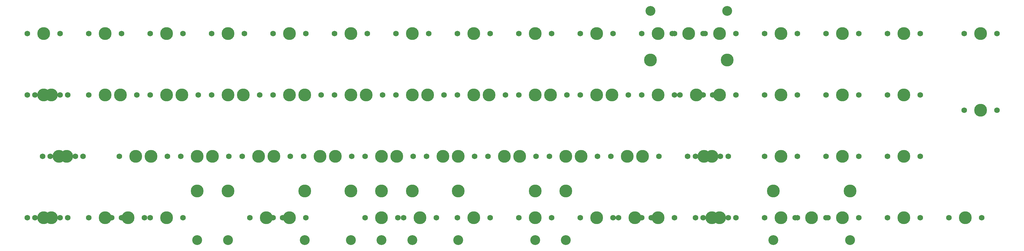
<source format=gbr>
%TF.GenerationSoftware,KiCad,Pcbnew,8.0.5*%
%TF.CreationDate,2024-09-17T11:40:20-04:00*%
%TF.ProjectId,Limousine,4c696d6f-7573-4696-9e65-2e6b69636164,rev?*%
%TF.SameCoordinates,Original*%
%TF.FileFunction,Soldermask,Top*%
%TF.FilePolarity,Negative*%
%FSLAX46Y46*%
G04 Gerber Fmt 4.6, Leading zero omitted, Abs format (unit mm)*
G04 Created by KiCad (PCBNEW 8.0.5) date 2024-09-17 11:40:20*
%MOMM*%
%LPD*%
G01*
G04 APERTURE LIST*
%ADD10C,1.750000*%
%ADD11C,3.987800*%
%ADD12C,3.048000*%
G04 APERTURE END LIST*
D10*
%TO.C,MXS2*%
X153669880Y-82550008D03*
D11*
X158749880Y-82550008D03*
D10*
X163829880Y-82550008D03*
%TD*%
D11*
%TO.C,S1*%
X106362435Y-74295000D03*
D12*
X106362434Y-89535000D03*
X82549934Y-89535000D03*
D11*
X82549933Y-74295000D03*
%TD*%
%TO.C,S3*%
X153987395Y-74295000D03*
D12*
X153987394Y-89535000D03*
X130174894Y-89535000D03*
D11*
X130174893Y-74295000D03*
%TD*%
%TO.C,S4*%
X213518573Y-33654992D03*
D12*
X213518574Y-18414992D03*
X237331074Y-18414992D03*
D11*
X237331075Y-33654992D03*
%TD*%
D12*
%TO.C,S6*%
X120649928Y-89535008D03*
D11*
X120649928Y-74295008D03*
D12*
X82549928Y-89535008D03*
D11*
X82549928Y-74295008D03*
%TD*%
D12*
%TO.C,S5*%
X275431042Y-89535000D03*
D11*
X275431042Y-74295000D03*
D12*
X251618542Y-89535000D03*
D11*
X251618542Y-74295000D03*
%TD*%
D10*
%TO.C,MXS1*%
X106679927Y-82550008D03*
D11*
X101599928Y-82550008D03*
D10*
X96519929Y-82550008D03*
%TD*%
D12*
%TO.C,S2*%
X187324904Y-89534999D03*
D11*
X187324904Y-74295000D03*
D12*
X73024904Y-89534999D03*
D11*
X73024904Y-74295000D03*
%TD*%
D12*
%TO.C,S7*%
X177799880Y-89535008D03*
D11*
X177799880Y-74295008D03*
D12*
X139699880Y-89535008D03*
D11*
X139699880Y-74295008D03*
%TD*%
D10*
%TO.C,MX9*%
X182880000Y-25400000D03*
D11*
X177800000Y-25400000D03*
D10*
X172720000Y-25400000D03*
%TD*%
%TO.C,MX51*%
X46513721Y-82550008D03*
D11*
X51593720Y-82550008D03*
D10*
X56673719Y-82550008D03*
%TD*%
%TO.C,MX20*%
X87630000Y-44450000D03*
D11*
X82550000Y-44450000D03*
D10*
X77470000Y-44450000D03*
%TD*%
%TO.C,MX90*%
X227488585Y-63500024D03*
D11*
X232568584Y-63500024D03*
D10*
X237648583Y-63500024D03*
%TD*%
%TO.C,MX50*%
X49529999Y-82550000D03*
D11*
X44450000Y-82550000D03*
D10*
X39370001Y-82550000D03*
%TD*%
%TO.C,MX36*%
X97154951Y-63500048D03*
D11*
X92074952Y-63500048D03*
D10*
X86994953Y-63500048D03*
%TD*%
%TO.C,MX16*%
X320992500Y-25400000D03*
D11*
X315912500Y-25400000D03*
D10*
X310832500Y-25400000D03*
%TD*%
%TO.C,MX5*%
X106680000Y-25400000D03*
D11*
X101600000Y-25400000D03*
D10*
X96520000Y-25400000D03*
%TD*%
%TO.C,MX37*%
X116204951Y-63500048D03*
D11*
X111124952Y-63500048D03*
D10*
X106044953Y-63500048D03*
%TD*%
%TO.C,MX49*%
X22701241Y-82550008D03*
D11*
X27781240Y-82550008D03*
D10*
X32861239Y-82550008D03*
%TD*%
%TO.C,MX82*%
X72707465Y-63500024D03*
D11*
X77787464Y-63500024D03*
D10*
X82867463Y-63500024D03*
%TD*%
%TO.C,MX44*%
X235267335Y-63500024D03*
D11*
X230187336Y-63500024D03*
D10*
X225107337Y-63500024D03*
%TD*%
%TO.C,MX30*%
X278130000Y-44450000D03*
D11*
X273050000Y-44450000D03*
D10*
X267970000Y-44450000D03*
%TD*%
%TO.C,MX52*%
X68579999Y-82550000D03*
D11*
X63500000Y-82550000D03*
D10*
X58420001Y-82550000D03*
%TD*%
%TO.C,MX54*%
X135254904Y-82550000D03*
D11*
X130174904Y-82550000D03*
D10*
X125094904Y-82550000D03*
%TD*%
%TO.C,MX83*%
X91757449Y-63500024D03*
D11*
X96837448Y-63500024D03*
D10*
X101917447Y-63500024D03*
%TD*%
%TO.C,MX74*%
X120332409Y-44450000D03*
D11*
X125412408Y-44450000D03*
D10*
X130492407Y-44450000D03*
%TD*%
%TO.C,MX47*%
X297180000Y-63500000D03*
D11*
X292100000Y-63500000D03*
D10*
X287020000Y-63500000D03*
%TD*%
%TO.C,MX73*%
X101282425Y-44450000D03*
D11*
X106362424Y-44450000D03*
D10*
X111442423Y-44450000D03*
%TD*%
%TO.C,MX1*%
X30480000Y-25400000D03*
D11*
X25400000Y-25400000D03*
D10*
X20320000Y-25400000D03*
%TD*%
%TO.C,MX66*%
X316230000Y-82550000D03*
D11*
X311150000Y-82550000D03*
D10*
X306070000Y-82550000D03*
%TD*%
%TO.C,MX55*%
X137001145Y-82550000D03*
D11*
X142081144Y-82550000D03*
D10*
X147161143Y-82550000D03*
%TD*%
%TO.C,MX84*%
X110807433Y-63500024D03*
D11*
X115887432Y-63500024D03*
D10*
X120967431Y-63500024D03*
%TD*%
%TO.C,MX28*%
X229870001Y-44450000D03*
D11*
X234950000Y-44450000D03*
D10*
X240029999Y-44450000D03*
%TD*%
%TO.C,MX63*%
X258444792Y-82550000D03*
D11*
X263524792Y-82550000D03*
D10*
X268604792Y-82550000D03*
%TD*%
%TO.C,MX71*%
X63182457Y-44450000D03*
D11*
X68262456Y-44450000D03*
D10*
X73342455Y-44450000D03*
%TD*%
%TO.C,MX70*%
X49529999Y-44450000D03*
D11*
X44450000Y-44450000D03*
D10*
X39370001Y-44450000D03*
%TD*%
%TO.C,MX80*%
X27463753Y-63500024D03*
D11*
X32543752Y-63500024D03*
D10*
X37623751Y-63500024D03*
%TD*%
%TO.C,MX19*%
X68580000Y-44450000D03*
D11*
X63500000Y-44450000D03*
D10*
X58420000Y-44450000D03*
%TD*%
%TO.C,MX69*%
X22701241Y-44450000D03*
D11*
X27781240Y-44450000D03*
D10*
X32861239Y-44450000D03*
%TD*%
%TO.C,MX35*%
X78104967Y-63500048D03*
D11*
X73024968Y-63500048D03*
D10*
X67944969Y-63500048D03*
%TD*%
%TO.C,MX31*%
X297180000Y-44450000D03*
D11*
X292100000Y-44450000D03*
D10*
X287020000Y-44450000D03*
%TD*%
%TO.C,MX10*%
X201930000Y-25400000D03*
D11*
X196850000Y-25400000D03*
D10*
X191770000Y-25400000D03*
%TD*%
%TO.C,MX12*%
X229870001Y-25400000D03*
D11*
X234950000Y-25400000D03*
D10*
X240029999Y-25400000D03*
%TD*%
%TO.C,MX77*%
X177482361Y-44450000D03*
D11*
X182562360Y-44450000D03*
D10*
X187642359Y-44450000D03*
%TD*%
%TO.C,MX23*%
X144780000Y-44450000D03*
D11*
X139700000Y-44450000D03*
D10*
X134620000Y-44450000D03*
%TD*%
%TO.C,MX17*%
X30480000Y-44450000D03*
D11*
X25400000Y-44450000D03*
D10*
X20320000Y-44450000D03*
%TD*%
%TO.C,MX24*%
X163830000Y-44450000D03*
D11*
X158750000Y-44450000D03*
D10*
X153670000Y-44450000D03*
%TD*%
%TO.C,MX75*%
X139382393Y-44450000D03*
D11*
X144462392Y-44450000D03*
D10*
X149542391Y-44450000D03*
%TD*%
%TO.C,MX53*%
X99536183Y-82550000D03*
D11*
X94456184Y-82550000D03*
D10*
X89376185Y-82550000D03*
%TD*%
%TO.C,MX81*%
X53657481Y-63500024D03*
D11*
X58737480Y-63500024D03*
D10*
X63817479Y-63500024D03*
%TD*%
%TO.C,MX85*%
X129857417Y-63500024D03*
D11*
X134937416Y-63500024D03*
D10*
X140017415Y-63500024D03*
%TD*%
%TO.C,MX27*%
X210820001Y-44450000D03*
D11*
X215900000Y-44450000D03*
D10*
X220979999Y-44450000D03*
%TD*%
%TO.C,MX26*%
X201930000Y-44450000D03*
D11*
X196850000Y-44450000D03*
D10*
X191770000Y-44450000D03*
%TD*%
%TO.C,MX13*%
X259080000Y-25400000D03*
D11*
X254000000Y-25400000D03*
D10*
X248920000Y-25400000D03*
%TD*%
%TO.C,MX62*%
X259080000Y-82550000D03*
D11*
X254000000Y-82550000D03*
D10*
X248920000Y-82550000D03*
%TD*%
%TO.C,MX78*%
X196532345Y-44450000D03*
D11*
X201612344Y-44450000D03*
D10*
X206692343Y-44450000D03*
%TD*%
%TO.C,MX4*%
X87630000Y-25400000D03*
D11*
X82550000Y-25400000D03*
D10*
X77470000Y-25400000D03*
%TD*%
%TO.C,MX61*%
X229870001Y-82550000D03*
D11*
X234950000Y-82550000D03*
D10*
X240029999Y-82550000D03*
%TD*%
%TO.C,MX41*%
X192404951Y-63500048D03*
D11*
X187324952Y-63500048D03*
D10*
X182244953Y-63500048D03*
%TD*%
%TO.C,MX15*%
X297180000Y-25400000D03*
D11*
X292100000Y-25400000D03*
D10*
X287020000Y-25400000D03*
%TD*%
%TO.C,MX56*%
X182879999Y-82550000D03*
D11*
X177800000Y-82550000D03*
D10*
X172720001Y-82550000D03*
%TD*%
%TO.C,MX39*%
X154304951Y-63500048D03*
D11*
X149224952Y-63500048D03*
D10*
X144144953Y-63500048D03*
%TD*%
%TO.C,MX68*%
X230504823Y-25399992D03*
D11*
X225424824Y-25399992D03*
D10*
X220344825Y-25399992D03*
%TD*%
%TO.C,MX14*%
X278130000Y-25400000D03*
D11*
X273050000Y-25400000D03*
D10*
X267970000Y-25400000D03*
%TD*%
%TO.C,MX88*%
X187007369Y-63500024D03*
D11*
X192087368Y-63500024D03*
D10*
X197167367Y-63500024D03*
%TD*%
%TO.C,MX40*%
X173354951Y-63500048D03*
D11*
X168274952Y-63500048D03*
D10*
X163194953Y-63500048D03*
%TD*%
%TO.C,MX11*%
X210820001Y-25400000D03*
D11*
X215900000Y-25400000D03*
D10*
X220979999Y-25400000D03*
%TD*%
%TO.C,MX89*%
X206057353Y-63500024D03*
D11*
X211137352Y-63500024D03*
D10*
X216217351Y-63500024D03*
%TD*%
%TO.C,MX48*%
X30479999Y-82550000D03*
D11*
X25400000Y-82550000D03*
D10*
X20320001Y-82550000D03*
%TD*%
%TO.C,MX21*%
X106680000Y-44450000D03*
D11*
X101600000Y-44450000D03*
D10*
X96520000Y-44450000D03*
%TD*%
%TO.C,MX59*%
X210820001Y-82550000D03*
D11*
X215900000Y-82550000D03*
D10*
X220979999Y-82550000D03*
%TD*%
%TO.C,MX25*%
X182880000Y-44450000D03*
D11*
X177800000Y-44450000D03*
D10*
X172720000Y-44450000D03*
%TD*%
%TO.C,MX32*%
X320992500Y-49212500D03*
D11*
X315912500Y-49212500D03*
D10*
X310832500Y-49212500D03*
%TD*%
%TO.C,MX86*%
X148907401Y-63500024D03*
D11*
X153987400Y-63500024D03*
D10*
X159067399Y-63500024D03*
%TD*%
%TO.C,MX22*%
X125730000Y-44450000D03*
D11*
X120650000Y-44450000D03*
D10*
X115570000Y-44450000D03*
%TD*%
%TO.C,MX46*%
X278129999Y-63500000D03*
D11*
X273050000Y-63500000D03*
D10*
X267970001Y-63500000D03*
%TD*%
%TO.C,MX72*%
X82232441Y-44450000D03*
D11*
X87312440Y-44450000D03*
D10*
X92392439Y-44450000D03*
%TD*%
%TO.C,MX29*%
X259080000Y-44450000D03*
D11*
X254000000Y-44450000D03*
D10*
X248920000Y-44450000D03*
%TD*%
%TO.C,MX42*%
X211454951Y-63500048D03*
D11*
X206374952Y-63500048D03*
D10*
X201294953Y-63500048D03*
%TD*%
%TO.C,MX33*%
X35262352Y-63500024D03*
D11*
X30182352Y-63500024D03*
D10*
X25102352Y-63500024D03*
%TD*%
%TO.C,MX34*%
X59054968Y-63500048D03*
D11*
X53974968Y-63500048D03*
D10*
X48894968Y-63500048D03*
%TD*%
%TO.C,MX87*%
X167957385Y-63500024D03*
D11*
X173037384Y-63500024D03*
D10*
X178117383Y-63500024D03*
%TD*%
%TO.C,MX45*%
X259079999Y-63500000D03*
D11*
X254000000Y-63500000D03*
D10*
X248920001Y-63500000D03*
%TD*%
%TO.C,MX65*%
X297180000Y-82550000D03*
D11*
X292100000Y-82550000D03*
D10*
X287020000Y-82550000D03*
%TD*%
%TO.C,MX18*%
X44132473Y-44450040D03*
D11*
X49212472Y-44450040D03*
D10*
X54292471Y-44450040D03*
%TD*%
%TO.C,MX64*%
X278130000Y-82550000D03*
D11*
X273050000Y-82550000D03*
D10*
X267970000Y-82550000D03*
%TD*%
%TO.C,MX76*%
X158432377Y-44450000D03*
D11*
X163512376Y-44450000D03*
D10*
X168592375Y-44450000D03*
%TD*%
%TO.C,MX2*%
X49530000Y-25400000D03*
D11*
X44450000Y-25400000D03*
D10*
X39370000Y-25400000D03*
%TD*%
%TO.C,MX57*%
X191770001Y-82550000D03*
D11*
X196850000Y-82550000D03*
D10*
X201929999Y-82550000D03*
%TD*%
%TO.C,MX6*%
X125730000Y-25400000D03*
D11*
X120650000Y-25400000D03*
D10*
X115570000Y-25400000D03*
%TD*%
%TO.C,MX8*%
X163830000Y-25400000D03*
D11*
X158750000Y-25400000D03*
D10*
X153670000Y-25400000D03*
%TD*%
%TO.C,MX38*%
X135254951Y-63500048D03*
D11*
X130174952Y-63500048D03*
D10*
X125094953Y-63500048D03*
%TD*%
%TO.C,MX60*%
X237648567Y-82550008D03*
D11*
X232568568Y-82550008D03*
D10*
X227488569Y-82550008D03*
%TD*%
%TO.C,MX79*%
X232886071Y-44450000D03*
D11*
X227806072Y-44450000D03*
D10*
X222726073Y-44450000D03*
%TD*%
%TO.C,MX7*%
X144780000Y-25400000D03*
D11*
X139700000Y-25400000D03*
D10*
X134620000Y-25400000D03*
%TD*%
%TO.C,MX3*%
X68580000Y-25400000D03*
D11*
X63500000Y-25400000D03*
D10*
X58420000Y-25400000D03*
%TD*%
%TO.C,MX58*%
X213836087Y-82550008D03*
D11*
X208756088Y-82550008D03*
D10*
X203676089Y-82550008D03*
%TD*%
M02*

</source>
